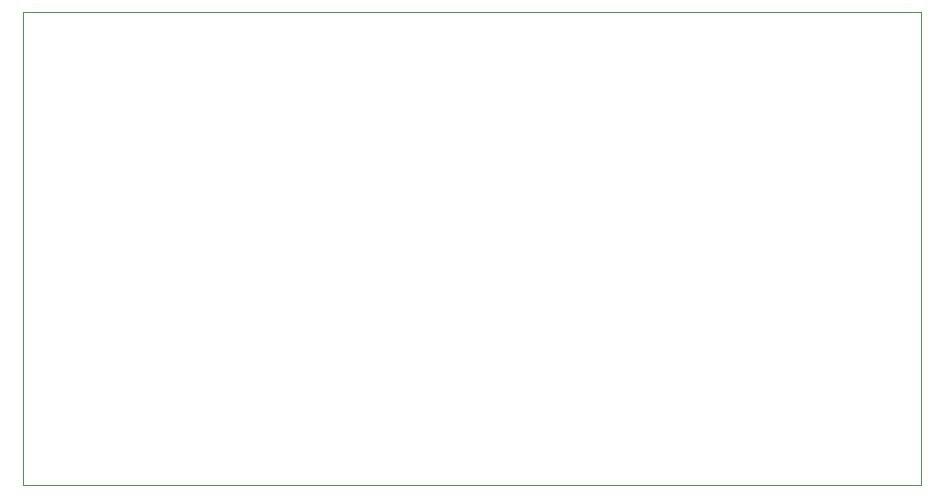
<source format=gbr>
%TF.GenerationSoftware,KiCad,Pcbnew,7.0.2*%
%TF.CreationDate,2023-06-20T23:12:55+02:00*%
%TF.ProjectId,qca7000,71636137-3030-4302-9e6b-696361645f70,rev?*%
%TF.SameCoordinates,Original*%
%TF.FileFunction,Profile,NP*%
%FSLAX46Y46*%
G04 Gerber Fmt 4.6, Leading zero omitted, Abs format (unit mm)*
G04 Created by KiCad (PCBNEW 7.0.2) date 2023-06-20 23:12:55*
%MOMM*%
%LPD*%
G01*
G04 APERTURE LIST*
%TA.AperFunction,Profile*%
%ADD10C,0.100000*%
%TD*%
G04 APERTURE END LIST*
D10*
X91000000Y-40500000D02*
X167000000Y-40500000D01*
X167000000Y-80500000D01*
X91000000Y-80500000D01*
X91000000Y-40500000D01*
M02*

</source>
